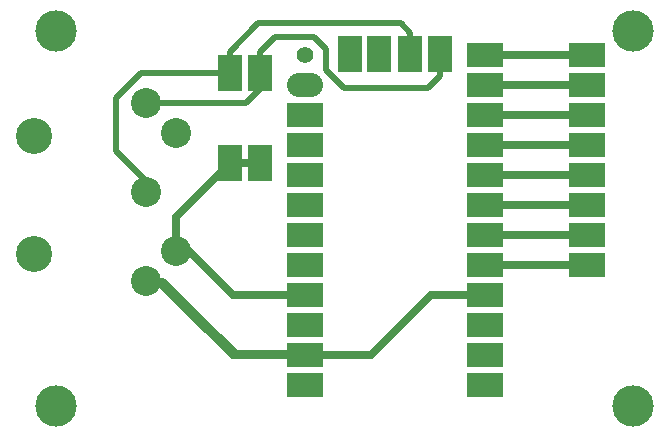
<source format=gtl>
G04 (created by PCBNEW (2013-07-07 BZR 4022)-stable) date 16/07/2014 11:45:37*
%MOIN*%
G04 Gerber Fmt 3.4, Leading zero omitted, Abs format*
%FSLAX34Y34*%
G01*
G70*
G90*
G04 APERTURE LIST*
%ADD10C,0.00590551*%
%ADD11R,0.08X0.12*%
%ADD12R,0.12X0.08*%
%ADD13C,0.055*%
%ADD14O,0.12X0.08*%
%ADD15C,0.1*%
%ADD16C,0.12*%
%ADD17C,0.137795*%
%ADD18C,0.027*%
%ADD19C,0.021*%
G04 APERTURE END LIST*
G54D10*
G54D11*
X38300Y-23400D03*
X38300Y-20400D03*
X39300Y-23400D03*
X39300Y-20400D03*
G54D12*
X46800Y-30800D03*
X46800Y-29800D03*
X46800Y-28800D03*
X46800Y-27800D03*
X46800Y-26800D03*
X46800Y-25800D03*
X46800Y-24800D03*
X46800Y-23800D03*
X46800Y-22800D03*
X46800Y-21800D03*
X46800Y-20800D03*
X46800Y-19800D03*
G54D11*
X45307Y-19772D03*
X44323Y-19772D03*
X43276Y-19772D03*
X42292Y-19772D03*
G54D13*
X40800Y-19800D03*
G54D14*
X40800Y-20800D03*
G54D12*
X40800Y-21800D03*
X40800Y-22800D03*
X40800Y-23800D03*
X40800Y-24800D03*
X40800Y-25800D03*
X40800Y-26800D03*
X40800Y-27800D03*
X40800Y-28800D03*
X40800Y-29800D03*
X40800Y-30800D03*
G54D15*
X35512Y-21415D03*
X35512Y-24368D03*
X35512Y-27321D03*
X36496Y-22400D03*
X36496Y-26337D03*
G54D16*
X31772Y-22498D03*
X31772Y-26435D03*
G54D17*
X32500Y-19000D03*
X51750Y-19000D03*
X51750Y-31500D03*
X32500Y-31500D03*
G54D12*
X50200Y-23800D03*
X50200Y-22800D03*
X50200Y-24800D03*
X50200Y-25800D03*
X50200Y-26800D03*
X50200Y-21800D03*
X50200Y-20800D03*
X50200Y-19800D03*
G54D18*
X38300Y-23400D02*
X39300Y-23400D01*
X36496Y-26337D02*
X36496Y-25203D01*
X36496Y-25203D02*
X38300Y-23400D01*
X36496Y-26337D02*
X36937Y-26337D01*
X38400Y-27800D02*
X40800Y-27800D01*
X36937Y-26337D02*
X38400Y-27800D01*
G54D19*
X36496Y-25203D02*
X38300Y-23400D01*
G54D18*
X40800Y-29800D02*
X43000Y-29800D01*
X45000Y-27800D02*
X46800Y-27800D01*
X43000Y-29800D02*
X45000Y-27800D01*
X35512Y-27321D02*
X35921Y-27321D01*
X38400Y-29800D02*
X40800Y-29800D01*
X35921Y-27321D02*
X38400Y-29800D01*
G54D19*
X40250Y-29750D02*
X40750Y-29750D01*
X40750Y-29750D02*
X40800Y-29800D01*
X35512Y-27321D02*
X36071Y-27321D01*
X38500Y-29750D02*
X40250Y-29750D01*
X40250Y-29750D02*
X40500Y-29750D01*
X36071Y-27321D02*
X38500Y-29750D01*
X39300Y-20400D02*
X39300Y-19700D01*
X45307Y-20492D02*
X45307Y-19772D01*
X44900Y-20900D02*
X45307Y-20492D01*
X42100Y-20900D02*
X44900Y-20900D01*
X41500Y-20300D02*
X42100Y-20900D01*
X41500Y-19600D02*
X41500Y-20300D01*
X41100Y-19200D02*
X41500Y-19600D01*
X39800Y-19200D02*
X41100Y-19200D01*
X39300Y-19700D02*
X39800Y-19200D01*
X38500Y-21415D02*
X38834Y-21415D01*
X39300Y-20950D02*
X39300Y-20400D01*
X38834Y-21415D02*
X39300Y-20950D01*
X35512Y-21415D02*
X38500Y-21415D01*
X38300Y-20400D02*
X38300Y-19700D01*
X39250Y-18750D02*
X39750Y-18750D01*
X38300Y-19700D02*
X39250Y-18750D01*
X43000Y-18750D02*
X44000Y-18750D01*
X39750Y-18750D02*
X43000Y-18750D01*
X44000Y-18750D02*
X44323Y-19073D01*
X44323Y-19073D02*
X44323Y-19772D01*
X35512Y-24368D02*
X35512Y-24012D01*
X35350Y-20400D02*
X38300Y-20400D01*
X34500Y-21250D02*
X35350Y-20400D01*
X34500Y-23000D02*
X34500Y-21250D01*
X35512Y-24012D02*
X34500Y-23000D01*
G54D18*
X46800Y-21800D02*
X50200Y-21800D01*
X46800Y-26800D02*
X50200Y-26800D01*
X50200Y-25800D02*
X46800Y-25800D01*
X46800Y-24800D02*
X50200Y-24800D01*
X50200Y-23800D02*
X46800Y-23800D01*
X46800Y-20800D02*
X50200Y-20800D01*
X46800Y-19800D02*
X50200Y-19800D01*
X46800Y-22800D02*
X50200Y-22800D01*
M02*

</source>
